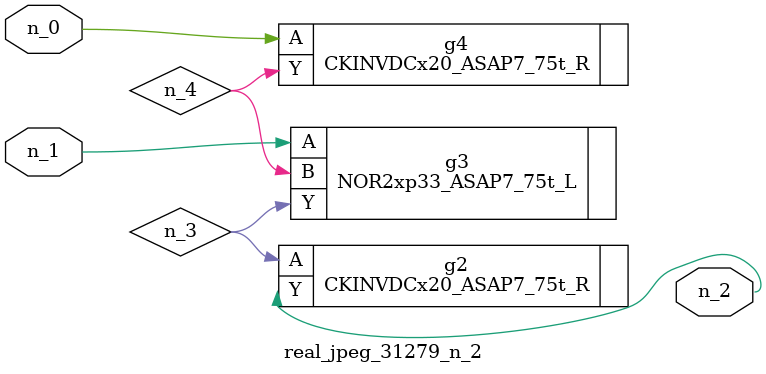
<source format=v>
module real_jpeg_31279_n_2 (n_1, n_0, n_2);

input n_1;
input n_0;

output n_2;

wire n_4;
wire n_3;

CKINVDCx20_ASAP7_75t_R g4 ( 
.A(n_0),
.Y(n_4)
);

NOR2xp33_ASAP7_75t_L g3 ( 
.A(n_1),
.B(n_4),
.Y(n_3)
);

CKINVDCx20_ASAP7_75t_R g2 ( 
.A(n_3),
.Y(n_2)
);


endmodule
</source>
